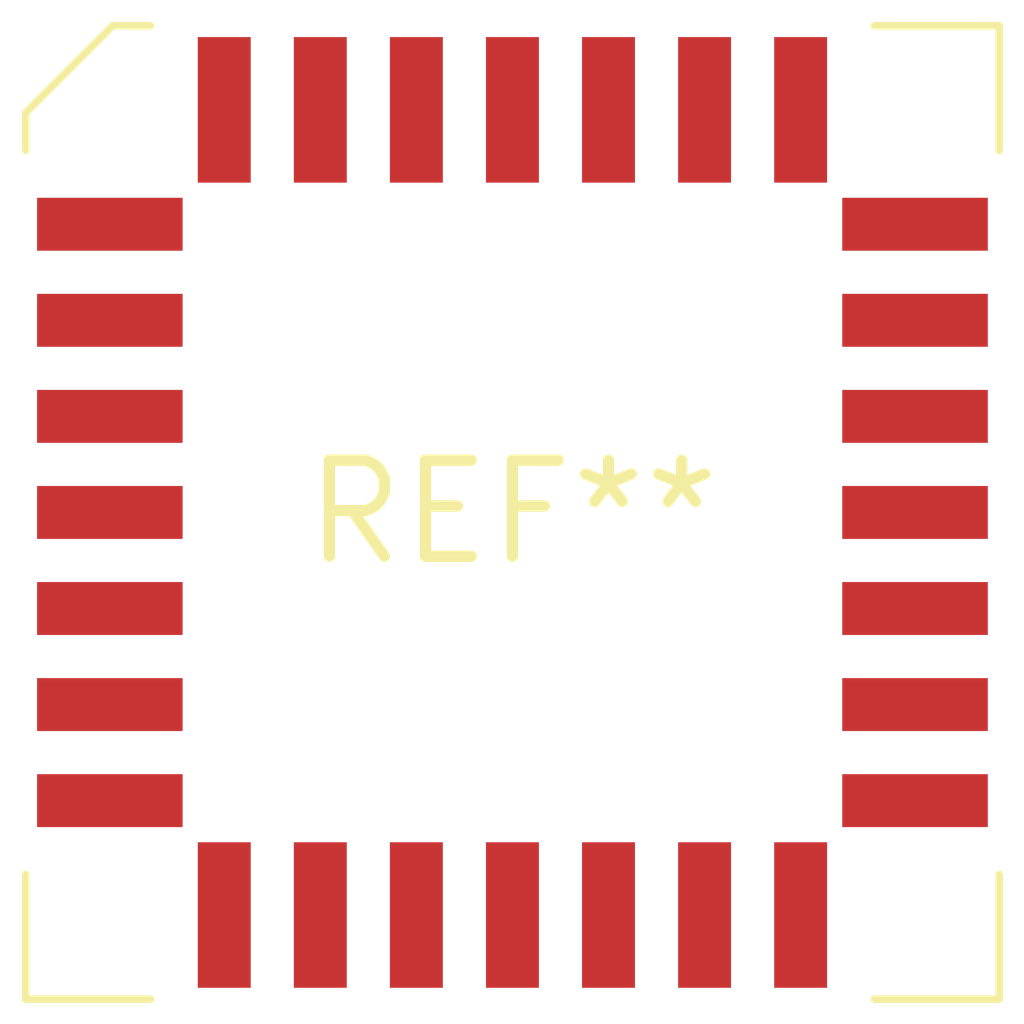
<source format=kicad_pcb>
(kicad_pcb (version 20240108) (generator pcbnew)
  (layers (0 "F.Cu" signal) (31 "B.Cu" signal) (34 "B.Paste" user) (35 "F.Paste" user) (36 "B.SilkS" user "B.Silkscreen") (37 "F.SilkS" user "F.Silkscreen") (38 "B.Mask" user) (39 "F.Mask" user) (44 "Edge.Cuts" user))
  (net 0 "")
  (footprint "PLCC-28" (layer "F.Cu") (at 0 0)
    (property "Reference" "REF**")
    (property "Value" "PLCC-28")
    (fp_line (start -6.435 -5.285) (end -6.435 -4.785) (layer "F.SilkS") (stroke (width 0.1)))
    (fp_line (start -6.435 6.435) (end -6.435 4.785) (layer "F.SilkS") (stroke (width 0.1)))
    (fp_line (start -5.285 -6.435) (end -6.435 -5.285) (layer "F.SilkS") (stroke (width 0.1)))
    (fp_line (start -4.785 -6.435) (end -5.285 -6.435) (layer "F.SilkS") (stroke (width 0.1)))
    (fp_line (start -4.785 6.435) (end -6.435 6.435) (layer "F.SilkS") (stroke (width 0.1)))
    (fp_line (start 4.785 -6.435) (end 6.435 -6.435) (layer "F.SilkS") (stroke (width 0.1)))
    (fp_line (start 4.785 6.435) (end 6.435 6.435) (layer "F.SilkS") (stroke (width 0.1)))
    (fp_line (start 6.435 -6.435) (end 6.435 -4.785) (layer "F.SilkS") (stroke (width 0.1)))
    (fp_line (start 6.435 6.435) (end 6.435 4.785) (layer "F.SilkS") (stroke (width 0.1)))
    (pad "1" smd rect (at 0 -5.3225) (size 0.7 1.925) (layers "F.Cu" "F.Paste" "F.Mask"))
    (pad "2" smd rect (at -1.27 -5.3225) (size 0.7 1.925) (layers "F.Cu" "F.Paste" "F.Mask"))
    (pad "3" smd rect (at -2.54 -5.3225) (size 0.7 1.925) (layers "F.Cu" "F.Paste" "F.Mask"))
    (pad "4" smd rect (at -3.81 -5.3225) (size 0.7 1.925) (layers "F.Cu" "F.Paste" "F.Mask"))
    (pad "5" smd rect (at -5.3225 -3.81) (size 1.925 0.7) (layers "F.Cu" "F.Paste" "F.Mask"))
    (pad "6" smd rect (at -5.3225 -2.54) (size 1.925 0.7) (layers "F.Cu" "F.Paste" "F.Mask"))
    (pad "7" smd rect (at -5.3225 -1.27) (size 1.925 0.7) (layers "F.Cu" "F.Paste" "F.Mask"))
    (pad "8" smd rect (at -5.3225 0) (size 1.925 0.7) (layers "F.Cu" "F.Paste" "F.Mask"))
    (pad "9" smd rect (at -5.3225 1.27) (size 1.925 0.7) (layers "F.Cu" "F.Paste" "F.Mask"))
    (pad "10" smd rect (at -5.3225 2.54) (size 1.925 0.7) (layers "F.Cu" "F.Paste" "F.Mask"))
    (pad "11" smd rect (at -5.3225 3.81) (size 1.925 0.7) (layers "F.Cu" "F.Paste" "F.Mask"))
    (pad "12" smd rect (at -3.81 5.3225) (size 0.7 1.925) (layers "F.Cu" "F.Paste" "F.Mask"))
    (pad "13" smd rect (at -2.54 5.3225) (size 0.7 1.925) (layers "F.Cu" "F.Paste" "F.Mask"))
    (pad "14" smd rect (at -1.27 5.3225) (size 0.7 1.925) (layers "F.Cu" "F.Paste" "F.Mask"))
    (pad "15" smd rect (at 0 5.3225) (size 0.7 1.925) (layers "F.Cu" "F.Paste" "F.Mask"))
    (pad "16" smd rect (at 1.27 5.3225) (size 0.7 1.925) (layers "F.Cu" "F.Paste" "F.Mask"))
    (pad "17" smd rect (at 2.54 5.3225) (size 0.7 1.925) (layers "F.Cu" "F.Paste" "F.Mask"))
    (pad "18" smd rect (at 3.81 5.3225) (size 0.7 1.925) (layers "F.Cu" "F.Paste" "F.Mask"))
    (pad "19" smd rect (at 5.3225 3.81) (size 1.925 0.7) (layers "F.Cu" "F.Paste" "F.Mask"))
    (pad "20" smd rect (at 5.3225 2.54) (size 1.925 0.7) (layers "F.Cu" "F.Paste" "F.Mask"))
    (pad "21" smd rect (at 5.3225 1.27) (size 1.925 0.7) (layers "F.Cu" "F.Paste" "F.Mask"))
    (pad "22" smd rect (at 5.3225 0) (size 1.925 0.7) (layers "F.Cu" "F.Paste" "F.Mask"))
    (pad "23" smd rect (at 5.3225 -1.27) (size 1.925 0.7) (layers "F.Cu" "F.Paste" "F.Mask"))
    (pad "24" smd rect (at 5.3225 -2.54) (size 1.925 0.7) (layers "F.Cu" "F.Paste" "F.Mask"))
    (pad "25" smd rect (at 5.3225 -3.81) (size 1.925 0.7) (layers "F.Cu" "F.Paste" "F.Mask"))
    (pad "26" smd rect (at 3.81 -5.3225) (size 0.7 1.925) (layers "F.Cu" "F.Paste" "F.Mask"))
    (pad "27" smd rect (at 2.54 -5.3225) (size 0.7 1.925) (layers "F.Cu" "F.Paste" "F.Mask"))
    (pad "28" smd rect (at 1.27 -5.3225) (size 0.7 1.925) (layers "F.Cu" "F.Paste" "F.Mask"))
  )
)
</source>
